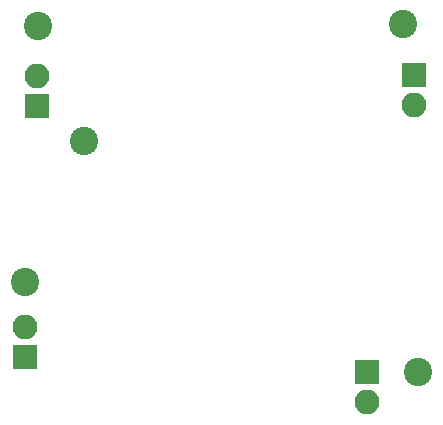
<source format=gbr>
G04 #@! TF.FileFunction,Soldermask,Bot*
%FSLAX46Y46*%
G04 Gerber Fmt 4.6, Leading zero omitted, Abs format (unit mm)*
G04 Created by KiCad (PCBNEW 4.0.4-stable) date 07/27/17 22:09:25*
%MOMM*%
%LPD*%
G01*
G04 APERTURE LIST*
%ADD10C,0.100000*%
%ADD11C,2.400000*%
%ADD12R,2.100000X2.100000*%
%ADD13O,2.100000X2.100000*%
G04 APERTURE END LIST*
D10*
D11*
X95313500Y-90297000D03*
X91440000Y-80581500D03*
X122301000Y-80454500D03*
X123634500Y-109918500D03*
D12*
X91376500Y-87376000D03*
D13*
X91376500Y-84836000D03*
D12*
X123253500Y-84772500D03*
D13*
X123253500Y-87312500D03*
D12*
X119253000Y-109918500D03*
D13*
X119253000Y-112458500D03*
D12*
X90360500Y-108585000D03*
D13*
X90360500Y-106045000D03*
D11*
X90297000Y-102298500D03*
M02*

</source>
